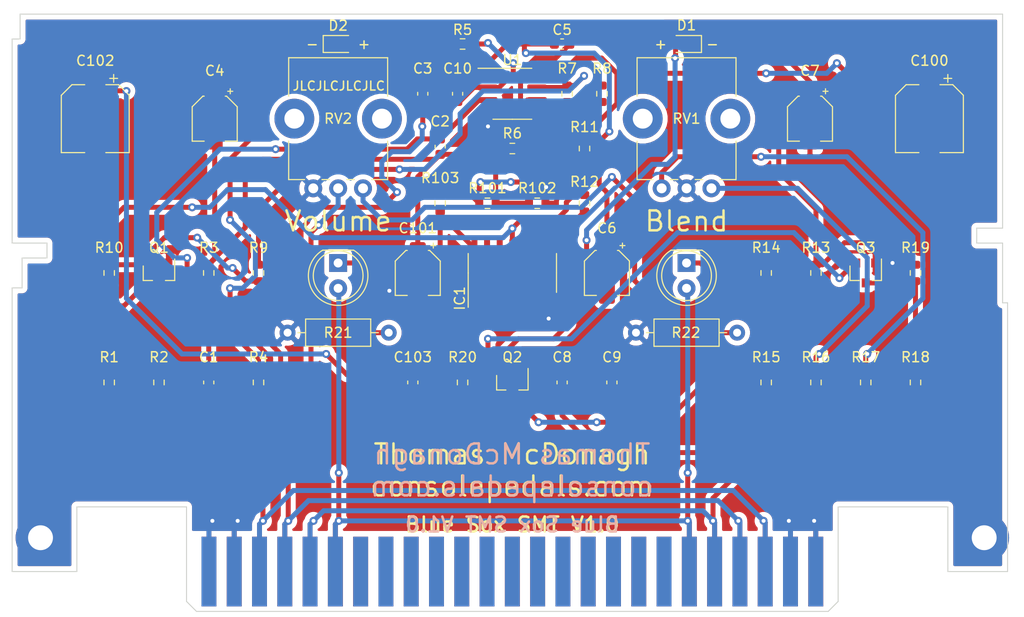
<source format=kicad_pcb>
(kicad_pcb (version 20171130) (host pcbnew "(5.1.7)-1")
  (layers (0 F.Cu signal) (31 B.Cu signal) (34 B.Paste user) (35 F.Paste user) (36 B.SilkS user) (37 F.SilkS user) (38 B.Mask user) (39 F.Mask user) (44 Edge.Cuts user))
  (net 0 "")
  (net 1 GND)
  (net 2 "Net-(C1-Pad1)")
  (net 3 "Net-(C1-Pad2)")
  (net 4 /LEDPower)
  (net 5 /Input)
  (net 6 /Output)
  (net 7 +9V)
  (net 8 /VREF)
  (net 9 "Net-(C4-Pad1)")
  (net 10 "Net-(C5-Pad2)")
  (net 11 "Net-(C6-Pad2)")
  (net 12 "Net-(C7-Pad1)")
  (net 13 "Net-(C8-Pad1)")
  (net 14 "Net-(C8-Pad2)")
  (net 15 VDD)
  (net 16 "Net-(D3-Pad1)")
  (net 17 /Q1)
  (net 18 "Net-(IC1-Pad2)")
  (net 19 "Net-(IC1-Pad12)")
  (net 20 "Net-(IC1-Pad13)")
  (net 21 /CLK2)
  (net 22 "Net-(Q1-Pad2)")
  (net 23 "Net-(Q2-Pad2)")
  (net 24 "Net-(Q2-Pad3)")
  (net 25 "Net-(Q3-Pad2)")
  (net 26 "Net-(Q3-Pad3)")
  (net 27 "Net-(R7-Pad2)")
  (net 28 "Net-(R7-Pad1)")
  (net 29 "Net-(R15-Pad1)")
  (net 30 "Net-(R17-Pad1)")
  (net 31 "Net-(C10-Pad1)")
  (net 32 "Net-(C10-Pad2)")
  (net 33 "Net-(D4-Pad1)")
  (module Resistor_THT:R_Axial_DIN0207_L6.3mm_D2.5mm_P10.16mm_Horizontal (layer F.Cu) (at 110.17 102)
    (fp_text reference R21 (at 5.08 0) (layer F.SilkS))
    (fp_text value RLED)
    (pad 1 thru_hole circle (at 0 0) (size 1.6 1.6) (drill 0.8) (layers *.Cu *.Mask) (net 1 GND))
    (pad 2 thru_hole oval (at 10.16 0) (size 1.6 1.6) (drill 0.8) (layers *.Cu *.Mask) (net 16 "Net-(D3-Pad1)"))
  )
  (module LED_THT:LED_D5.0mm (layer F.Cu) (at 115.25 95 270)
    (fp_text reference D3 hide)
    (fp_text value LED)
    (pad 1 thru_hole rect (at 0 0 270) (size 1.8 1.8) (drill 0.9) (layers *.Cu *.Mask) (net 16 "Net-(D3-Pad1)"))
    (pad 2 thru_hole circle (at 2.54 0 270) (size 1.8 1.8) (drill 0.9) (layers *.Cu *.Mask) (net 4 /LEDPower))
  )
  (module LED_THT:LED_D5.0mm (layer F.Cu) (at 150.25 95 270)
    (fp_text reference D4 hide)
    (fp_text value LED)
    (pad 2 thru_hole circle (at 2.54 0 270) (size 1.8 1.8) (drill 0.9) (layers *.Cu *.Mask) (net 4 /LEDPower))
    (pad 1 thru_hole rect (at 0 0 270) (size 1.8 1.8) (drill 0.9) (layers *.Cu *.Mask) (net 33 "Net-(D4-Pad1)"))
  )
  (module MountingHole:MountingHole_2.5mm_Pad (layer F.Cu) (at 85.35 122.6)
    (fp_text reference H1 hide)
    (fp_text value MountingHole_Pad)
    (pad 1 thru_hole circle (at 0 0) (size 5 5) (drill 2.5) (layers *.Cu *.Mask) (net 1 GND))
  )
  (module MountingHole:MountingHole_2.5mm_Pad (layer F.Cu) (at 180.15 122.6)
    (fp_text reference H2 hide)
    (fp_text value MountingHole_Pad)
    (pad 1 thru_hole circle (at 0 0) (size 5 5) (drill 2.5) (layers *.Cu *.Mask) (net 1 GND))
  )
  (module libraries:N64-Connector-Wide (layer F.Cu) (at 132.75 126)
    (fp_text reference J1 hide)
    (fp_text value Conn_02x25_Counter_Clockwise)
    (pad 50 connect rect (at 30.48 0) (size 1.5 7) (layers B.Cu B.Mask) (net 1 GND))
    (pad 49 connect rect (at 27.94 0) (size 1.5 7) (layers B.Cu B.Mask) (net 1 GND))
    (pad 48 connect rect (at 25.4 0) (size 1.5 7) (layers B.Cu B.Mask) (net 5 /Input))
    (pad 47 connect rect (at 22.86 0) (size 1.5 7) (layers B.Cu B.Mask) (net 6 /Output))
    (pad 46 connect rect (at 20.32 0) (size 1.5 7) (layers B.Cu B.Mask) (net 7 +9V))
    (pad 45 connect rect (at 17.78 0) (size 1.5 7) (layers B.Cu B.Mask) (net 4 /LEDPower))
    (pad 44 connect rect (at 15.24 0) (size 1.5 7) (layers B.Cu B.Mask))
    (pad 43 connect rect (at 12.7 0) (size 1.5 7) (layers B.Cu B.Mask))
    (pad 42 connect rect (at 10.16 0) (size 1.5 7) (layers B.Cu B.Mask))
    (pad 41 connect rect (at 7.62 0) (size 1.5 7) (layers B.Cu B.Mask))
    (pad 40 connect rect (at 5.08 0) (size 1.5 7) (layers B.Cu B.Mask))
    (pad 39 connect rect (at 2.54 0) (size 1.5 7) (layers B.Cu B.Mask))
    (pad 38 connect rect (at 0 0) (size 1.5 7) (layers B.Cu B.Mask))
    (pad 37 connect rect (at -2.54 0) (size 1.5 7) (layers B.Cu B.Mask))
    (pad 36 connect rect (at -5.08 0) (size 1.5 7) (layers B.Cu B.Mask))
    (pad 35 connect rect (at -7.62 0) (size 1.5 7) (layers B.Cu B.Mask))
    (pad 34 connect rect (at -10.16 0) (size 1.5 7) (layers B.Cu B.Mask))
    (pad 33 connect rect (at -12.7 0) (size 1.5 7) (layers B.Cu B.Mask))
    (pad 32 connect rect (at -15.24 0) (size 1.5 7) (layers B.Cu B.Mask))
    (pad 31 connect rect (at -17.78 0) (size 1.5 7) (layers B.Cu B.Mask) (net 4 /LEDPower))
    (pad 30 connect rect (at -20.32 0) (size 1.5 7) (layers B.Cu B.Mask) (net 7 +9V))
    (pad 29 connect rect (at -22.86 0) (size 1.5 7) (layers B.Cu B.Mask) (net 6 /Output))
    (pad 28 connect rect (at -25.4 0) (size 1.5 7) (layers B.Cu B.Mask) (net 5 /Input))
    (pad 27 connect rect (at -27.94 0) (size 1.5 7) (layers B.Cu B.Mask) (net 1 GND))
    (pad 26 connect rect (at -30.48 0) (size 1.5 7) (layers B.Cu B.Mask) (net 1 GND))
    (pad 25 connect rect (at 30.48 0) (size 1.5 7) (layers F.Cu F.Mask) (net 1 GND))
    (pad 24 connect rect (at 27.94 0) (size 1.5 7) (layers F.Cu F.Mask) (net 1 GND))
    (pad 23 connect rect (at 25.4 0) (size 1.5 7) (layers F.Cu F.Mask) (net 5 /Input))
    (pad 22 connect rect (at 22.86 0) (size 1.5 7) (layers F.Cu F.Mask) (net 6 /Output))
    (pad 21 connect rect (at 20.32 0) (size 1.5 7) (layers F.Cu F.Mask) (net 7 +9V))
    (pad 20 connect rect (at 17.78 0) (size 1.5 7) (layers F.Cu F.Mask) (net 4 /LEDPower))
    (pad 19 connect rect (at 15.24 0) (size 1.5 7) (layers F.Cu F.Mask))
    (pad 18 connect rect (at 12.7 0) (size 1.5 7) (layers F.Cu F.Mask))
    (pad 17 connect rect (at 10.16 0) (size 1.5 7) (layers F.Cu F.Mask))
    (pad 16 connect rect (at 7.62 0) (size 1.5 7) (layers F.Cu F.Mask))
    (pad 15 connect rect (at 5.08 0) (size 1.5 7) (layers F.Cu F.Mask))
    (pad 14 connect rect (at 2.54 0) (size 1.5 7) (layers F.Cu F.Mask))
    (pad 13 connect rect (at 0 0) (size 1.5 7) (layers F.Cu F.Mask))
    (pad 12 connect rect (at -2.54 0) (size 1.5 7) (layers F.Cu F.Mask))
    (pad 11 connect rect (at -5.08 0) (size 1.5 7) (layers F.Cu F.Mask))
    (pad 10 connect rect (at -7.62 0) (size 1.5 7) (layers F.Cu F.Mask))
    (pad 9 connect rect (at -10.16 0) (size 1.5 7) (layers F.Cu F.Mask))
    (pad 8 connect rect (at -12.7 0) (size 1.5 7) (layers F.Cu F.Mask))
    (pad 7 connect rect (at -15.24 0) (size 1.5 7) (layers F.Cu F.Mask))
    (pad 6 connect rect (at -17.78 0) (size 1.5 7) (layers F.Cu F.Mask) (net 4 /LEDPower))
    (pad 5 connect rect (at -20.32 0) (size 1.5 7) (layers F.Cu F.Mask) (net 7 +9V))
    (pad 4 connect rect (at -22.86 0) (size 1.5 7) (layers F.Cu F.Mask) (net 6 /Output))
    (pad 3 connect rect (at -25.4 0) (size 1.5 7) (layers F.Cu F.Mask) (net 5 /Input))
    (pad 2 connect rect (at -27.94 0) (size 1.5 7) (layers F.Cu F.Mask) (net 1 GND))
    (pad 1 connect rect (at -30.48 0) (size 1.5 7) (layers F.Cu F.Mask) (net 1 GND))
  )
  (module Potentiometer_THT:Potentiometer_Bourns_PTV09A-1_Single_Vertical (layer F.Cu) (at 152.75 87.5 90)
    (fp_text reference RV1 (at 7 -2.5 180) (layer F.SilkS))
    (fp_text value 50KA)
    (pad 3 thru_hole circle (at 0 -5 90) (size 1.8 1.8) (drill 1) (layers *.Cu *.Mask) (net 30 "Net-(R17-Pad1)"))
    (pad 2 thru_hole circle (at 0 -2.5 90) (size 1.8 1.8) (drill 1) (layers *.Cu *.Mask) (net 1 GND))
    (pad 1 thru_hole circle (at 0 0 90) (size 1.8 1.8) (drill 1) (layers *.Cu *.Mask) (net 29 "Net-(R15-Pad1)"))
    (pad "" np_thru_hole circle (at 7 -6.9 90) (size 4 4) (drill 2) (layers *.Cu *.Mask))
    (pad "" np_thru_hole circle (at 7 1.9 90) (size 4 4) (drill 2) (layers *.Cu *.Mask))
  )
  (module Potentiometer_THT:Potentiometer_Bourns_PTV09A-1_Single_Vertical (layer F.Cu) (at 117.75 87.5 90)
    (fp_text reference RV2 (at 7 -2.5 180) (layer F.SilkS))
    (fp_text value 50KA)
    (pad "" np_thru_hole circle (at 7 1.9 90) (size 4 4) (drill 2) (layers *.Cu *.Mask))
    (pad "" np_thru_hole circle (at 7 -6.9 90) (size 4 4) (drill 2) (layers *.Cu *.Mask))
    (pad 1 thru_hole circle (at 0 0 90) (size 1.8 1.8) (drill 1) (layers *.Cu *.Mask) (net 14 "Net-(C8-Pad2)"))
    (pad 2 thru_hole circle (at 0 -2.5 90) (size 1.8 1.8) (drill 1) (layers *.Cu *.Mask) (net 6 /Output))
    (pad 3 thru_hole circle (at 0 -5 90) (size 1.8 1.8) (drill 1) (layers *.Cu *.Mask) (net 1 GND))
  )
  (module Capacitor_SMD:C_0603_1608Metric (layer F.Cu) (at 102.25 107 270)
    (fp_text reference C1 (at -2.54 0) (layer F.SilkS))
    (fp_text value 10nF)
    (pad 1 smd roundrect (at -0.775 0 270) (size 0.9 0.95) (layers F.Cu F.Paste F.Mask) (net 2 "Net-(C1-Pad1)"))
    (pad 2 smd roundrect (at 0.775 0 270) (size 0.9 0.95) (layers F.Cu F.Paste F.Mask) (net 3 "Net-(C1-Pad2)"))
  )
  (module Capacitor_SMD:C_0603_1608Metric (layer F.Cu) (at 125.5 83.312 90)
    (fp_text reference C2 (at 2.54 0) (layer F.SilkS))
    (fp_text value 1nF)
    (pad 2 smd roundrect (at 0.775 0 90) (size 0.9 0.95) (layers F.Cu F.Paste F.Mask) (net 2 "Net-(C1-Pad1)"))
    (pad 1 smd roundrect (at -0.775 0 90) (size 0.9 0.95) (layers F.Cu F.Paste F.Mask) (net 8 /VREF))
  )
  (module Capacitor_SMD:C_0603_1608Metric (layer F.Cu) (at 123.75 78 90)
    (fp_text reference C3 (at 2.54 0) (layer F.SilkS))
    (fp_text value 150pF)
    (pad 1 smd roundrect (at -0.775 0 90) (size 0.9 0.95) (layers F.Cu F.Paste F.Mask) (net 31 "Net-(C10-Pad1)"))
    (pad 2 smd roundrect (at 0.775 0 90) (size 0.9 0.95) (layers F.Cu F.Paste F.Mask) (net 32 "Net-(C10-Pad2)"))
  )
  (module Capacitor_SMD:CP_Elec_4x5.4 (layer F.Cu) (at 102.85 80.5 270)
    (fp_text reference C4 (at -4.808 0 180) (layer F.SilkS))
    (fp_text value 10uF)
    (pad 1 smd roundrect (at -1.8 0 270) (size 2.6 1.6) (layers F.Cu F.Paste F.Mask) (roundrect_rratio 0.15625) (net 9 "Net-(C4-Pad1)"))
    (pad 2 smd roundrect (at 1.8 0 270) (size 2.6 1.6) (layers F.Cu F.Paste F.Mask) (roundrect_rratio 0.15625) (net 8 /VREF))
  )
  (module Capacitor_SMD:C_0603_1608Metric (layer F.Cu) (at 137.75 73)
    (fp_text reference C5 (at 0 -1.43 180) (layer F.SilkS))
    (fp_text value 47nF)
    (pad 2 smd roundrect (at 0.775 0) (size 0.9 0.95) (layers F.Cu F.Paste F.Mask) (net 10 "Net-(C5-Pad2)"))
    (pad 1 smd roundrect (at -0.775 0) (size 0.9 0.95) (layers F.Cu F.Paste F.Mask) (net 32 "Net-(C10-Pad2)"))
  )
  (module Capacitor_SMD:CP_Elec_4x5.4 (layer F.Cu) (at 142.25 96 270)
    (fp_text reference C6 (at -4.5 0 180) (layer F.SilkS))
    (fp_text value 1uF)
    (pad 2 smd roundrect (at 1.8 0 270) (size 2.6 1.6) (layers F.Cu F.Paste F.Mask) (roundrect_rratio 0.15625) (net 11 "Net-(C6-Pad2)"))
    (pad 1 smd roundrect (at -1.8 0 270) (size 2.6 1.6) (layers F.Cu F.Paste F.Mask) (roundrect_rratio 0.15625) (net 32 "Net-(C10-Pad2)"))
  )
  (module Capacitor_SMD:CP_Elec_4x5.4 (layer F.Cu) (at 162.65 80.5 270)
    (fp_text reference C7 (at -4.808 0 180) (layer F.SilkS))
    (fp_text value 1uF)
    (pad 1 smd roundrect (at -1.8 0 270) (size 2.6 1.6) (layers F.Cu F.Paste F.Mask) (roundrect_rratio 0.15625) (net 12 "Net-(C7-Pad1)"))
    (pad 2 smd roundrect (at 1.8 0 270) (size 2.6 1.6) (layers F.Cu F.Paste F.Mask) (roundrect_rratio 0.15625) (net 1 GND))
  )
  (module Capacitor_SMD:C_0603_1608Metric (layer F.Cu) (at 137.75 107 90)
    (fp_text reference C8 (at 2.54 0) (layer F.SilkS))
    (fp_text value 47nF)
    (pad 2 smd roundrect (at 0.775 0 90) (size 0.9 0.95) (layers F.Cu F.Paste F.Mask) (net 14 "Net-(C8-Pad2)"))
    (pad 1 smd roundrect (at -0.775 0 90) (size 0.9 0.95) (layers F.Cu F.Paste F.Mask) (net 13 "Net-(C8-Pad1)"))
  )
  (module Capacitor_SMD:C_0603_1608Metric (layer F.Cu) (at 142.75 107 270)
    (fp_text reference C9 (at -2.54 0) (layer F.SilkS))
    (fp_text value 10nF)
    (pad 1 smd roundrect (at -0.775 0 270) (size 0.9 0.95) (layers F.Cu F.Paste F.Mask) (net 14 "Net-(C8-Pad2)"))
    (pad 2 smd roundrect (at 0.775 0 270) (size 0.9 0.95) (layers F.Cu F.Paste F.Mask) (net 1 GND))
  )
  (module Capacitor_SMD:C_0603_1608Metric (layer F.Cu) (at 127.25 78 90)
    (fp_text reference C10 (at 2.54 0 180) (layer F.SilkS))
    (fp_text value 150pF)
    (pad 2 smd roundrect (at 0.775 0 90) (size 0.9 0.95) (layers F.Cu F.Paste F.Mask) (net 32 "Net-(C10-Pad2)"))
    (pad 1 smd roundrect (at -0.775 0 90) (size 0.9 0.95) (layers F.Cu F.Paste F.Mask) (net 31 "Net-(C10-Pad1)"))
  )
  (module Capacitor_SMD:CP_Elec_6.3x5.3 (layer F.Cu) (at 174.65 80.5 270)
    (fp_text reference C100 (at -5.824 0 180) (layer F.SilkS))
    (fp_text value 100uF)
    (pad 1 smd roundrect (at -2.8 0 270) (size 3.5 1.6) (layers F.Cu F.Paste F.Mask) (roundrect_rratio 0.15625) (net 7 +9V))
    (pad 2 smd roundrect (at 2.8 0 270) (size 3.5 1.6) (layers F.Cu F.Paste F.Mask) (roundrect_rratio 0.15625) (net 1 GND))
  )
  (module Capacitor_SMD:CP_Elec_4x5.4 (layer F.Cu) (at 123.25 96 270)
    (fp_text reference C101 (at -4.5 0 180) (layer F.SilkS))
    (fp_text value 10uF)
    (pad 2 smd roundrect (at 1.8 0 270) (size 2.6 1.6) (layers F.Cu F.Paste F.Mask) (roundrect_rratio 0.15625) (net 1 GND))
    (pad 1 smd roundrect (at -1.8 0 270) (size 2.6 1.6) (layers F.Cu F.Paste F.Mask) (roundrect_rratio 0.15625) (net 8 /VREF))
  )
  (module Capacitor_SMD:C_0603_1608Metric (layer F.Cu) (at 122.75 107 90)
    (fp_text reference C103 (at 2.54 0 180) (layer F.SilkS))
    (fp_text value 100nF)
    (pad 1 smd roundrect (at -0.775 0 90) (size 0.9 0.95) (layers F.Cu F.Paste F.Mask) (net 1 GND))
    (pad 2 smd roundrect (at 0.775 0 90) (size 0.9 0.95) (layers F.Cu F.Paste F.Mask) (net 15 VDD))
  )
  (module Diode_SMD:D_SOD-323F (layer F.Cu) (at 150.25 73 180)
    (fp_text reference D1 (at 0 1.88) (layer F.SilkS))
    (fp_text value 1N914)
    (pad 2 smd rect (at 1.1 0 180) (size 0.5 0.5) (layers F.Cu F.Paste F.Mask) (net 11 "Net-(C6-Pad2)"))
    (pad 1 smd rect (at -1.1 0 180) (size 0.5 0.5) (layers F.Cu F.Paste F.Mask) (net 12 "Net-(C7-Pad1)"))
  )
  (module Diode_SMD:D_SOD-323F (layer F.Cu) (at 115.25 73)
    (fp_text reference D2 (at 0 -1.85) (layer F.SilkS))
    (fp_text value 1N914)
    (pad 1 smd rect (at -1.1 0) (size 0.5 0.5) (layers F.Cu F.Paste F.Mask) (net 11 "Net-(C6-Pad2)"))
    (pad 2 smd rect (at 1.1 0) (size 0.5 0.5) (layers F.Cu F.Paste F.Mask) (net 1 GND))
  )
  (module Package_SO:SOIC-14_3.9x8.7mm_P1.27mm (layer F.Cu) (at 132.75 96 90)
    (fp_text reference IC1 (at -2.552 -5.28 90) (layer F.SilkS))
    (fp_text value CD4013BE)
    (pad 1 smd roundrect (at -2.475 -3.81 90) (size 1.95 0.6) (layers F.Cu F.Paste F.Mask) (net 17 /Q1))
    (pad 2 smd roundrect (at -2.475 -2.54 90) (size 1.95 0.6) (layers F.Cu F.Paste F.Mask) (net 18 "Net-(IC1-Pad2)"))
    (pad 3 smd roundrect (at -2.475 -1.27 90) (size 1.95 0.6) (layers F.Cu F.Paste F.Mask) (net 20 "Net-(IC1-Pad13)"))
    (pad 4 smd roundrect (at -2.475 0 90) (size 1.95 0.6) (layers F.Cu F.Paste F.Mask) (net 1 GND))
    (pad 5 smd roundrect (at -2.475 1.27 90) (size 1.95 0.6) (layers F.Cu F.Paste F.Mask) (net 18 "Net-(IC1-Pad2)"))
    (pad 6 smd roundrect (at -2.475 2.54 90) (size 1.95 0.6) (layers F.Cu F.Paste F.Mask) (net 1 GND))
    (pad 7 smd roundrect (at -2.475 3.81 90) (size 1.95 0.6) (layers F.Cu F.Paste F.Mask) (net 1 GND))
    (pad 8 smd roundrect (at 2.475 3.81 90) (size 1.95 0.6) (layers F.Cu F.Paste F.Mask) (net 1 GND))
    (pad 9 smd roundrect (at 2.475 2.54 90) (size 1.95 0.6) (layers F.Cu F.Paste F.Mask) (net 19 "Net-(IC1-Pad12)"))
    (pad 10 smd roundrect (at 2.475 1.27 90) (size 1.95 0.6) (layers F.Cu F.Paste F.Mask) (net 1 GND))
    (pad 11 smd roundrect (at 2.475 0 90) (size 1.95 0.6) (layers F.Cu F.Paste F.Mask) (net 21 /CLK2))
    (pad 12 smd roundrect (at 2.475 -1.27 90) (size 1.95 0.6) (layers F.Cu F.Paste F.Mask) (net 19 "Net-(IC1-Pad12)"))
    (pad 13 smd roundrect (at 2.475 -2.54 90) (size 1.95 0.6) (layers F.Cu F.Paste F.Mask) (net 20 "Net-(IC1-Pad13)"))
    (pad 14 smd roundrect (at 2.475 -3.81 90) (size 1.95 0.6) (layers F.Cu F.Paste F.Mask) (net 15 VDD))
  )
  (module Package_TO_SOT_SMD:SOT-23 (layer F.Cu) (at 97.25 96 270)
    (fp_text reference Q1 (at -2.54 0 180) (layer F.SilkS))
    (fp_text value 2N3904)
    (pad 3 smd rect (at 1 0 270) (size 0.9 0.8) (layers F.Cu F.Paste F.Mask) (net 21 /CLK2))
    (pad 2 smd rect (at -1 0.95 270) (size 0.9 0.8) (layers F.Cu F.Paste F.Mask) (net 22 "Net-(Q1-Pad2)"))
    (pad 1 smd rect (at -1 -0.95 270) (size 0.9 0.8) (layers F.Cu F.Paste F.Mask) (net 1 GND))
  )
  (module Package_TO_SOT_SMD:SOT-23 (layer F.Cu) (at 132.75 107 270)
    (fp_text reference Q2 (at -2.54 0 180) (layer F.SilkS))
    (fp_text value 2N3904)
    (pad 1 smd rect (at -1 -0.95 270) (size 0.9 0.8) (layers F.Cu F.Paste F.Mask) (net 1 GND))
    (pad 2 smd rect (at -1 0.95 270) (size 0.9 0.8) (layers F.Cu F.Paste F.Mask) (net 23 "Net-(Q2-Pad2)"))
    (pad 3 smd rect (at 1 0 270) (size 0.9 0.8) (layers F.Cu F.Paste F.Mask) (net 24 "Net-(Q2-Pad3)"))
  )
  (module Package_TO_SOT_SMD:SOT-23 (layer F.Cu) (at 168.25 96 270)
    (fp_text reference Q3 (at -2.54 0 180) (layer F.SilkS))
    (fp_text value 2N3904)
    (pad 1 smd rect (at -1 -0.95 270) (size 0.9 0.8) (layers F.Cu F.Paste F.Mask) (net 1 GND))
    (pad 2 smd rect (at -1 0.95 270) (size 0.9 0.8) (layers F.Cu F.Paste F.Mask) (net 25 "Net-(Q3-Pad2)"))
    (pad 3 smd rect (at 1 0 270) (size 0.9 0.8) (layers F.Cu F.Paste F.Mask) (net 26 "Net-(Q3-Pad3)"))
  )
  (module Resistor_SMD:R_0603_1608Metric (layer F.Cu) (at 92.25 107 90)
    (fp_text reference R1 (at 2.54 0 180) (layer F.SilkS))
    (fp_text value 2.2M)
    (pad 2 smd roundrect (at 0.825 0 90) (size 0.8 0.95) (layers F.Cu F.Paste F.Mask) (net 5 /Input))
    (pad 1 smd roundrect (at -0.825 0 90) (size 0.8 0.95) (layers F.Cu F.Paste F.Mask) (net 1 GND))
  )
  (module Resistor_SMD:R_0603_1608Metric (layer F.Cu) (at 97.25 107 270)
    (fp_text reference R2 (at -2.54 0 180) (layer F.SilkS))
    (fp_text value 150K)
    (pad 1 smd roundrect (at -0.825 0 270) (size 0.8 0.95) (layers F.Cu F.Paste F.Mask) (net 3 "Net-(C1-Pad2)"))
    (pad 2 smd roundrect (at 0.825 0 270) (size 0.8 0.95) (layers F.Cu F.Paste F.Mask) (net 5 /Input))
  )
  (module Resistor_SMD:R_0603_1608Metric (layer F.Cu) (at 102.25 96 90)
    (fp_text reference R3 (at 2.54 0 180) (layer F.SilkS))
    (fp_text value 1M)
    (pad 1 smd roundrect (at -0.825 0 90) (size 0.8 0.95) (layers F.Cu F.Paste F.Mask) (net 2 "Net-(C1-Pad1)"))
    (pad 2 smd roundrect (at 0.825 0 90) (size 0.8 0.95) (layers F.Cu F.Paste F.Mask) (net 8 /VREF))
  )
  (module Resistor_SMD:R_0603_1608Metric (layer F.Cu) (at 107.25 107 270)
    (fp_text reference R4 (at -2.54 0 180) (layer F.SilkS))
    (fp_text value 470K)
    (pad 1 smd roundrect (at -0.825 0 270) (size 0.8 0.95) (layers F.Cu F.Paste F.Mask) (net 32 "Net-(C10-Pad2)"))
    (pad 2 smd roundrect (at 0.825 0 270) (size 0.8 0.95) (layers F.Cu F.Paste F.Mask) (net 31 "Net-(C10-Pad1)"))
  )
  (module Resistor_SMD:R_0603_1608Metric (layer F.Cu) (at 127.75 73)
    (fp_text reference R5 (at 0 -1.43) (layer F.SilkS))
    (fp_text value 1K)
    (pad 1 smd roundrect (at -0.825 0) (size 0.8 0.95) (layers F.Cu F.Paste F.Mask) (net 9 "Net-(C4-Pad1)"))
    (pad 2 smd roundrect (at 0.825 0) (size 0.8 0.95) (layers F.Cu F.Paste F.Mask) (net 31 "Net-(C10-Pad1)"))
  )
  (module Resistor_SMD:R_0603_1608Metric (layer F.Cu) (at 132.75 83.5 180)
    (fp_text reference R6 (at 0 1.524) (layer F.SilkS))
    (fp_text value 56K)
    (pad 1 smd roundrect (at -0.825 0 180) (size 0.8 0.95) (layers F.Cu F.Paste F.Mask) (net 10 "Net-(C5-Pad2)"))
    (pad 2 smd roundrect (at 0.825 0 180) (size 0.8 0.95) (layers F.Cu F.Paste F.Mask) (net 8 /VREF))
  )
  (module Resistor_SMD:R_0603_1608Metric (layer F.Cu) (at 138.25 78 90)
    (fp_text reference R7 (at 2.54 0 180) (layer F.SilkS))
    (fp_text value 1M)
    (pad 2 smd roundrect (at 0.825 0 90) (size 0.8 0.95) (layers F.Cu F.Paste F.Mask) (net 27 "Net-(R7-Pad2)"))
    (pad 1 smd roundrect (at -0.825 0 90) (size 0.8 0.95) (layers F.Cu F.Paste F.Mask) (net 28 "Net-(R7-Pad1)"))
  )
  (module Resistor_SMD:R_0603_1608Metric (layer F.Cu) (at 141.75 78 270)
    (fp_text reference R8 (at -2.54 0 180) (layer F.SilkS))
    (fp_text value 10K)
    (pad 1 smd roundrect (at -0.825 0 270) (size 0.8 0.95) (layers F.Cu F.Paste F.Mask) (net 28 "Net-(R7-Pad1)"))
    (pad 2 smd roundrect (at 0.825 0 270) (size 0.8 0.95) (layers F.Cu F.Paste F.Mask) (net 8 /VREF))
  )
  (module Resistor_SMD:R_0603_1608Metric (layer F.Cu) (at 107.25 96 270)
    (fp_text reference R9 (at -2.54 0 180) (layer F.SilkS))
    (fp_text value 56K)
    (pad 2 smd roundrect (at 0.825 0 270) (size 0.8 0.95) (layers F.Cu F.Paste F.Mask) (net 22 "Net-(Q1-Pad2)"))
    (pad 1 smd roundrect (at -0.825 0 270) (size 0.8 0.95) (layers F.Cu F.Paste F.Mask) (net 27 "Net-(R7-Pad2)"))
  )
  (module Resistor_SMD:R_0603_1608Metric (layer F.Cu) (at 92.25 96 270)
    (fp_text reference R10 (at -2.54 0 180) (layer F.SilkS))
    (fp_text value 10K)
    (pad 1 smd roundrect (at -0.825 0 270) (size 0.8 0.95) (layers F.Cu F.Paste F.Mask) (net 22 "Net-(Q1-Pad2)"))
    (pad 2 smd roundrect (at 0.825 0 270) (size 0.8 0.95) (layers F.Cu F.Paste F.Mask) (net 1 GND))
  )
  (module Resistor_SMD:R_0603_1608Metric (layer F.Cu) (at 140 83.5 270)
    (fp_text reference R11 (at -2.159 0 180) (layer F.SilkS))
    (fp_text value 10K)
    (pad 2 smd roundrect (at 0.825 0 270) (size 0.8 0.95) (layers F.Cu F.Paste F.Mask) (net 21 /CLK2))
    (pad 1 smd roundrect (at -0.825 0 270) (size 0.8 0.95) (layers F.Cu F.Paste F.Mask) (net 7 +9V))
  )
  (module Resistor_SMD:R_0603_1608Metric (layer F.Cu) (at 140 89 270)
    (fp_text reference R12 (at -2.159 0 180) (layer F.SilkS))
    (fp_text value 1M)
    (pad 2 smd roundrect (at 0.825 0 270) (size 0.8 0.95) (layers F.Cu F.Paste F.Mask) (net 23 "Net-(Q2-Pad2)"))
    (pad 1 smd roundrect (at -0.825 0 270) (size 0.8 0.95) (layers F.Cu F.Paste F.Mask) (net 21 /CLK2))
  )
  (module Resistor_SMD:R_0603_1608Metric (layer F.Cu) (at 163.25 96 90)
    (fp_text reference R13 (at 2.54 0 180) (layer F.SilkS))
    (fp_text value 56K)
    (pad 1 smd roundrect (at -0.825 0 90) (size 0.8 0.95) (layers F.Cu F.Paste F.Mask) (net 24 "Net-(Q2-Pad3)"))
    (pad 2 smd roundrect (at 0.825 0 90) (size 0.8 0.95) (layers F.Cu F.Paste F.Mask) (net 12 "Net-(C7-Pad1)"))
  )
  (module Resistor_SMD:R_0603_1608Metric (layer F.Cu) (at 158.25 96 270)
    (fp_text reference R14 (at -2.54 0 180) (layer F.SilkS))
    (fp_text value 56K)
    (pad 1 smd roundrect (at -0.825 0 270) (size 0.8 0.95) (layers F.Cu F.Paste F.Mask) (net 1 GND))
    (pad 2 smd roundrect (at 0.825 0 270) (size 0.8 0.95) (layers F.Cu F.Paste F.Mask) (net 12 "Net-(C7-Pad1)"))
  )
  (module Resistor_SMD:R_0603_1608Metric (layer F.Cu) (at 158.25 107 90)
    (fp_text reference R15 (at 2.54 0 180) (layer F.SilkS))
    (fp_text value 56K)
    (pad 2 smd roundrect (at 0.825 0 90) (size 0.8 0.95) (layers F.Cu F.Paste F.Mask) (net 24 "Net-(Q2-Pad3)"))
    (pad 1 smd roundrect (at -0.825 0 90) (size 0.8 0.95) (layers F.Cu F.Paste F.Mask) (net 29 "Net-(R15-Pad1)"))
  )
  (module Resistor_SMD:R_0603_1608Metric (layer F.Cu) (at 163.25 107 270)
    (fp_text reference R16 (at -2.54 0 180) (layer F.SilkS))
    (fp_text value 56K)
    (pad 1 smd roundrect (at -0.825 0 270) (size 0.8 0.95) (layers F.Cu F.Paste F.Mask) (net 29 "Net-(R15-Pad1)"))
    (pad 2 smd roundrect (at 0.825 0 270) (size 0.8 0.95) (layers F.Cu F.Paste F.Mask) (net 13 "Net-(C8-Pad1)"))
  )
  (module Resistor_SMD:R_0603_1608Metric (layer F.Cu) (at 168.25 107 270)
    (fp_text reference R17 (at -2.54 0 180) (layer F.SilkS))
    (fp_text value 56K)
    (pad 2 smd roundrect (at 0.825 0 270) (size 0.8 0.95) (layers F.Cu F.Paste F.Mask) (net 13 "Net-(C8-Pad1)"))
    (pad 1 smd roundrect (at -0.825 0 270) (size 0.8 0.95) (layers F.Cu F.Paste F.Mask) (net 30 "Net-(R17-Pad1)"))
  )
  (module Resistor_SMD:R_0603_1608Metric (layer F.Cu) (at 173.25 107 270)
    (fp_text reference R18 (at -2.54 0 180) (layer F.SilkS))
    (fp_text value 56K)
    (pad 1 smd roundrect (at -0.825 0 270) (size 0.8 0.95) (layers F.Cu F.Paste F.Mask) (net 26 "Net-(Q3-Pad3)"))
    (pad 2 smd roundrect (at 0.825 0 270) (size 0.8 0.95) (layers F.Cu F.Paste F.Mask) (net 30 "Net-(R17-Pad1)"))
  )
  (module Resistor_SMD:R_0603_1608Metric (layer F.Cu) (at 173.25 96 90)
    (fp_text reference R19 (at 2.54 0 180) (layer F.SilkS))
    (fp_text value 56K)
    (pad 2 smd roundrect (at 0.825 0 90) (size 0.8 0.95) (layers F.Cu F.Paste F.Mask) (net 12 "Net-(C7-Pad1)"))
    (pad 1 smd roundrect (at -0.825 0 90) (size 0.8 0.95) (layers F.Cu F.Paste F.Mask) (net 26 "Net-(Q3-Pad3)"))
  )
  (module Resistor_SMD:R_0603_1608Metric (layer F.Cu) (at 127.75 107 270)
    (fp_text reference R20 (at -2.54 0 180) (layer F.SilkS))
    (fp_text value 1M)
    (pad 2 smd roundrect (at 0.825 0 270) (size 0.8 0.95) (layers F.Cu F.Paste F.Mask) (net 25 "Net-(Q3-Pad2)"))
    (pad 1 smd roundrect (at -0.825 0 270) (size 0.8 0.95) (layers F.Cu F.Paste F.Mask) (net 17 /Q1))
  )
  (module Resistor_THT:R_Axial_DIN0207_L6.3mm_D2.5mm_P10.16mm_Horizontal (layer F.Cu) (at 145.17 102)
    (fp_text reference R22 (at 5.020999 -0.001001) (layer F.SilkS))
    (fp_text value RLED)
    (pad 1 thru_hole circle (at 0 0) (size 1.6 1.6) (drill 0.8) (layers *.Cu *.Mask) (net 1 GND))
    (pad 2 thru_hole oval (at 10.16 0) (size 1.6 1.6) (drill 0.8) (layers *.Cu *.Mask) (net 33 "Net-(D4-Pad1)"))
  )
  (module Resistor_SMD:R_0603_1608Metric (layer F.Cu) (at 130.25 89 180)
    (fp_text reference R101 (at 0 1.524) (layer F.SilkS))
    (fp_text value 56K)
    (pad 2 smd roundrect (at 0.825 0 180) (size 0.8 0.95) (layers F.Cu F.Paste F.Mask) (net 7 +9V))
    (pad 1 smd roundrect (at -0.825 0 180) (size 0.8 0.95) (layers F.Cu F.Paste F.Mask) (net 8 /VREF))
  )
  (module Resistor_SMD:R_0603_1608Metric (layer F.Cu) (at 135.25 89 180)
    (fp_text reference R102 (at 0 1.524) (layer F.SilkS))
    (fp_text value 56K)
    (pad 1 smd roundrect (at -0.825 0 180) (size 0.8 0.95) (layers F.Cu F.Paste F.Mask) (net 1 GND))
    (pad 2 smd roundrect (at 0.825 0 180) (size 0.8 0.95) (layers F.Cu F.Paste F.Mask) (net 8 /VREF))
  )
  (module Resistor_SMD:R_0603_1608Metric (layer F.Cu) (at 125.5 89 90)
    (fp_text reference R103 (at 2.54 0 180) (layer F.SilkS))
    (fp_text value 330R)
    (pad 2 smd roundrect (at 0.825 0 90) (size 0.8 0.95) (layers F.Cu F.Paste F.Mask) (net 7 +9V))
    (pad 1 smd roundrect (at -0.825 0 90) (size 0.8 0.95) (layers F.Cu F.Paste F.Mask) (net 15 VDD))
  )
  (module Package_SO:SOIC-8_3.9x4.9mm_P1.27mm (layer F.Cu) (at 132.75 78)
    (fp_text reference U1 (at 0 -3.4) (layer F.SilkS))
    (fp_text value RC4558)
    (pad 1 smd roundrect (at -2.475 -1.905) (size 1.95 0.6) (layers F.Cu F.Paste F.Mask) (net 32 "Net-(C10-Pad2)"))
    (pad 2 smd roundrect (at -2.475 -0.635) (size 1.95 0.6) (layers F.Cu F.Paste F.Mask) (net 31 "Net-(C10-Pad1)"))
    (pad 3 smd roundrect (at -2.475 0.635) (size 1.95 0.6) (layers F.Cu F.Paste F.Mask) (net 2 "Net-(C1-Pad1)"))
    (pad 4 smd roundrect (at -2.475 1.905) (size 1.95 0.6) (layers F.Cu F.Paste F.Mask) (net 1 GND))
    (pad 5 smd roundrect (at 2.475 1.905) (size 1.95 0.6) (layers F.Cu F.Paste F.Mask) (net 28 "Net-(R7-Pad1)"))
    (pad 6 smd roundrect (at 2.475 0.635) (size 1.95 0.6) (layers F.Cu F.Paste F.Mask) (net 10 "Net-(C5-Pad2)"))
    (pad 7 smd roundrect (at 2.475 -0.635) (size 1.95 0.6) (layers F.Cu F.Paste F.Mask) (net 27 "Net-(R7-Pad2)"))
    (pad 8 smd roundrect (at 2.475 -1.905) (size 1.95 0.6) (layers F.Cu F.Paste F.Mask) (net 7 +9V))
  )
  (module Capacitor_SMD:CP_Elec_6.3x5.3 (layer F.Cu) (at 90.85 80.5 270)
    (fp_text reference C102 (at -5.824 0 180) (layer F.SilkS))
    (fp_text value 100uF)
    (pad 1 smd roundrect (at -2.8 0 270) (size 3.5 1.6) (layers F.Cu F.Paste F.Mask) (roundrect_rratio 0.15625) (net 15 VDD))
    (pad 2 smd roundrect (at 2.8 0 270) (size 3.5 1.6) (layers F.Cu F.Paste F.Mask) (roundrect_rratio 0.15625) (net 1 GND))
  )
  (gr_text - (at 152.85 73) (layer F.SilkS) (effects (font (size 1 1))))
  (gr_text + (at 147.65 73) (layer F.SilkS) (effects (font (size 1 1))))
  (gr_text - (at 112.65 73) (layer F.SilkS) (effects (font (size 1 1))))
  (gr_text + (at 117.85 73) (layer F.SilkS) (effects (font (size 1 1))))
  (gr_text Blend (at 150.25 90.805) (layer F.SilkS) (effects (font (size 2 2) (thickness 0.25))))
  (gr_text Volume (at 115.25 90.805) (layer F.SilkS) (effects (font (size 2 2) (thickness 0.25))))
  (gr_text JLCJLCJLCJLC (at 115.316 77.216) (layer F.SilkS) (effects (font (size 0.9 0.9))))
  (gr_line (start 182 70) (end 83.3 70) (layer Edge.Cuts) (width 0.1))
  (gr_line (start 182 70) (end 182 91.5) (layer Edge.Cuts) (width 0.1))
  (gr_line (start 182 91.5) (end 179.4 91.5) (layer Edge.Cuts) (width 0.1))
  (gr_line (start 179.4 93) (end 179.4 91.5) (layer Edge.Cuts) (width 0.1))
  (gr_line (start 182 93) (end 179.4 93) (layer Edge.Cuts) (width 0.1))
  (gr_line (start 83.3 72.5) (end 83.3 70) (layer Edge.Cuts) (width 0.1))
  (gr_line (start 82.5 72.5) (end 83.3 72.5) (layer Edge.Cuts) (width 0.1))
  (gr_line (start 82.5 93) (end 82.5 72.5) (layer Edge.Cuts) (width 0.1))
  (gr_line (start 86 93) (end 82.5 93) (layer Edge.Cuts) (width 0.1))
  (gr_text "Blue Sox SMT V1.0" (at 132.75 121.285) (layer B.SilkS) (effects (font (size 1.5 1.5) (thickness 0.25)) (justify mirror)))
  (gr_text "Blue Sox SMT V1.0" (at 132.75 121.285) (layer F.SilkS) (effects (font (size 1.5 1.5) (thickness 0.25))))
  (gr_text "Thomas McDonagh\nconsolepedals.com" (at 132.715 115.824) (layer B.SilkS) (effects (font (size 2 2) (thickness 0.25)) (justify mirror)))
  (gr_text "Thomas McDonagh\nconsolepedals.com" (at 132.715 115.824) (layer F.SilkS) (effects (font (size 2 2) (thickness 0.25))))
  (gr_line (start 182 93) (end 182 99) (layer Edge.Cuts) (width 0.1))
  (gr_line (start 182.5 99) (end 182 99) (layer Edge.Cuts) (width 0.1))
  (gr_line (start 182.5 126) (end 182.5 99) (layer Edge.Cuts) (width 0.1))
  (gr_line (start 182.5 126) (end 176.5 126) (layer Edge.Cuts) (width 0.1))
  (gr_line (start 176.5 119.5) (end 176.5 126) (layer Edge.Cuts) (width 0.1))
  (gr_line (start 176.5 119.5) (end 165.48 119.5) (layer Edge.Cuts) (width 0.1))
  (gr_line (start 165.48 129) (end 165.48 119.5) (layer Edge.Cuts) (width 0.1))
  (gr_line (start 165.48 129) (end 164.48 130) (layer Edge.Cuts) (width 0.1))
  (gr_line (start 86 94.5) (end 86 93) (layer Edge.Cuts) (width 0.1))
  (gr_line (start 83.5 94.5) (end 86 94.5) (layer Edge.Cuts) (width 0.1))
  (gr_line (start 83.5 97.5) (end 83.5 94.5) (layer Edge.Cuts) (width 0.1))
  (gr_line (start 82.5 97.5) (end 83.5 97.5) (layer Edge.Cuts) (width 0.1))
  (gr_line (start 82.5 126) (end 82.5 97.5) (layer Edge.Cuts) (width 0.1))
  (gr_line (start 89 126) (end 82.5 126) (layer Edge.Cuts) (width 0.1))
  (gr_line (start 89 119.5) (end 89 126) (layer Edge.Cuts) (width 0.1))
  (gr_line (start 100.02 119.5) (end 89 119.5) (layer Edge.Cuts) (width 0.1))
  (gr_line (start 100.02 129) (end 100.02 119.5) (layer Edge.Cuts) (width 0.1))
  (gr_line (start 100.02 129) (end 101.02 130) (layer Edge.Cuts) (width 0.1))
  (gr_line (start 164.48 130) (end 101.02 130) (layer Edge.Cuts) (width 0.1))
  (segment (start 102.27 121.25) (end 102.616 120.904) (width 0.5) (layer B.Cu) (net 1))
  (via (at 102.616 120.904) (size 0.8) (drill 0.4) (layers F.Cu B.Cu) (net 1))
  (segment (start 102.27 126) (end 102.27 121.25) (width 0.5) (layer B.Cu) (net 1))
  (via (at 105.156 120.904) (size 0.8) (drill 0.4) (layers F.Cu B.Cu) (net 1))
  (segment (start 104.81 121.25) (end 105.156 120.904) (width 0.5) (layer B.Cu) (net 1))
  (segment (start 104.81 126) (end 104.81 121.25) (width 0.5) (layer B.Cu) (net 1))
  (via (at 160.528 120.904) (size 0.8) (drill 0.4) (layers F.Cu B.Cu) (net 1))
  (segment (start 160.69 121.066) (end 160.528 120.904) (width 0.5) (layer B.Cu) (net 1))
  (segment (start 160.69 126) (end 160.69 121.066) (width 0.5) (layer B.Cu) (net 1))
  (via (at 163.068 120.904) (size 0.8) (drill 0.4) (layers F.Cu B.Cu) (net 1))
  (segment (start 163.23 121.066) (end 163.068 120.904) (width 0.5) (layer B.Cu) (net 1))
  (segment (start 163.23 126) (end 163.23 121.066) (width 0.5) (layer B.Cu) (net 1))
  (segment (start 160.69 121.066) (end 160.528 120.904) (width 0.5) (layer F.Cu) (net 1))
  (segment (start 160.69 126) (end 160.69 121.066) (width 0.5) (layer F.Cu) (net 1))
  (segment (start 163.23 121.066) (end 163.068 120.904) (width 0.5) (layer F.Cu) (net 1))
  (segment (start 163.23 126) (end 163.23 121.066) (width 0.5) (layer F.Cu) (net 1))
  (via (at 170.942 94.996) (size 0.8) (drill 0.4) (layers F.Cu B.Cu) (net 1))
  (segment (start 170.938 95) (end 170.942 94.996) (width 0.5) (layer F.Cu) (net 1))
  (segment (start 169.2 95) (end 170.938 95) (width 0.5) (layer F.Cu) (net 1))
  (via (at 130.302 81.28) (size 0.8) (drill 0.4) (layers F.Cu B.Cu) (net 1))
  (segment (start 130.275 81.253) (end 130.302 81.28) (width 0.5) (layer F.Cu) (net 1))
  (segment (start 130.275 79.905) (end 130.275 81.253) (width 0.5) (layer F.Cu) (net 1))
  (via (at 136.144 87.376) (size 0.8) (drill 0.4) (layers F.Cu B.Cu) (net 1))
  (segment (start 136.075 87.445) (end 136.144 87.376) (width 0.5) (layer F.Cu) (net 1))
  (segment (start 136.075 89) (end 136.075 87.445) (width 0.5) (layer F.Cu) (net 1))
  (via (at 136.398 100.584) (size 0.8) (drill 0.4) (layers F.Cu B.Cu) (net 1))
  (segment (start 136.56 100.422) (end 136.398 100.584) (width 0.5) (layer F.Cu) (net 1))
  (segment (start 136.56 98.475) (end 136.56 100.422) (width 0.5) (layer F.Cu) (net 1))
  (segment (start 102.27 121.25) (end 102.616 120.904) (width 0.5) (layer F.Cu) (net 1))
  (segment (start 102.27 126) (end 102.27 121.25) (width 0.5) (layer F.Cu) (net 1))
  (segment (start 104.81 121.25) (end 105.156 120.904) (width 0.5) (layer F.Cu) (net 1))
  (segment (start 104.81 126) (end 104.81 121.25) (width 0.5) (layer F.Cu) (net 1))
  (via (at 120.396 97.79) (size 0.8) (drill 0.4) (layers F.Cu B.Cu) (net 1))
  (segment (start 120.406 97.8) (end 120.396 97.79) (width 0.5) (layer F.Cu) (net 1))
  (segment (start 123.25 97.8) (end 120.406 97.8) (width 0.5) (layer F.Cu) (net 1))
  (segment (start 102.25 106.225) (end 102.25 96.825) (width 0.5) (layer F.Cu) (net 2))
  (segment (start 129.402 78.635) (end 125.5 82.537) (width 0.5) (layer F.Cu) (net 2))
  (segment (start 130.275 78.635) (end 129.402 78.635) (width 0.5) (layer F.Cu) (net 2))
  (segment (start 102.25 96.825) (end 100.889 96.825) (width 0.5) (layer F.Cu) (net 2))
  (via (at 100.076 94.488) (size 0.8) (drill 0.4) (layers F.Cu B.Cu) (net 2))
  (segment (start 100.076 96.012) (end 100.076 94.488) (width 0.5) (layer F.Cu) (net 2))
  (segment (start 100.889 96.825) (end 100.076 96.012) (width 0.5) (layer F.Cu) (net 2))
  (segment (start 125.5 82.537) (end 123.203 82.537) (width 0.5) (layer F.Cu) (net 2))
  (via (at 108.966 83.566) (size 0.8) (drill 0.4) (layers F.Cu B.Cu) (net 2))
  (segment (start 122.174 83.566) (end 108.966 83.566) (width 0.5) (layer F.Cu) (net 2))
  (segment (start 123.203 82.537) (end 122.174 83.566) (width 0.5) (layer F.Cu) (net 2))
  (segment (start 108.966 83.566) (end 103.378 83.566) (width 0.5) (layer B.Cu) (net 2))
  (segment (start 103.378 83.566) (end 97.028 89.916) (width 0.5) (layer B.Cu) (net 2))
  (segment (start 97.028 89.916) (end 97.028 92.71) (width 0.5) (layer B.Cu) (net 2))
  (segment (start 98.806 94.488) (end 100.076 94.488) (width 0.5) (layer B.Cu) (net 2))
  (segment (start 97.028 92.71) (end 98.806 94.488) (width 0.5) (layer B.Cu) (net 2))
  (segment (start 97.25 106.175) (end 98.555 106.175) (width 0.5) (layer F.Cu) (net 3))
  (segment (start 100.155 107.775) (end 102.25 107.775) (width 0.5) (layer F.Cu) (net 3))
  (segment (start 98.555 106.175) (end 100.155 107.775) (width 0.5) (layer F.Cu) (net 3))
  (segment (start 114.97 121.25) (end 115.316 120.904) (width 0.5) (layer B.Cu) (net 4))
  (segment (start 114.97 126) (end 114.97 121.25) (width 0.5) (layer B.Cu) (net 4))
  (segment (start 150.53 121.066) (end 150.368 120.904) (width 0.5) (layer B.Cu) (net 4))
  (segment (start 150.53 126) (end 150.53 121.066) (width 0.5) (layer B.Cu) (net 4))
  (segment (start 115.316 120.904) (end 150.368 120.904) (width 0.5) (layer B.Cu) (net 4))
  (segment (start 150.25 120.786) (end 150.368 120.904) (width 0.5) (layer F.Cu) (net 4))
  (via (at 150.368 120.904) (size 0.8) (drill 0.4) (layers F.Cu B.Cu) (net 4))
  (via (at 115.316 120.904) (size 0.8) (drill 0.4) (layers F.Cu B.Cu) (net 4))
  (segment (start 115.25 120.838) (end 115.316 120.904) (width 0.5) (layer F.Cu) (net 4))
  (via (at 150.368 116.078) (size 0.8) (drill 0.4) (layers F.Cu B.Cu) (net 4))
  (segment (start 150.368 120.904) (end 150.368 116.078) (width 0.5) (layer F.Cu) (net 4))
  (segment (start 150.368 97.658) (end 150.25 97.54) (width 0.5) (layer B.Cu) (net 4))
  (segment (start 150.368 116.078) (end 150.368 97.658) (width 0.5) (layer B.Cu) (net 4))
  (via (at 115.316 116.078) (size 0.8) (drill 0.4) (layers F.Cu B.Cu) (net 4))
  (segment (start 115.316 120.904) (end 115.316 116.078) (width 0.5) (layer F.Cu) (net 4))
  (segment (start 115.316 97.606) (end 115.25 97.54) (width 0.5) (layer B.Cu) (net 4))
  (segment (start 115.316 116.078) (end 115.316 97.606) (width 0.5) (layer B.Cu) (net 4))
  (segment (start 114.97 121.25) (end 115.316 120.904) (width 0.5) (layer F.Cu) (net 4))
  (segment (start 114.97 126) (end 114.97 121.25) (width 0.5) (layer F.Cu) (net 4))
  (segment (start 150.53 121.066) (end 150.368 120.904) (width 0.5) (layer F.Cu) (net 4))
  (segment (start 150.53 126) (end 150.53 121.066) (width 0.5) (layer F.Cu) (net 4))
  (via (at 107.696 120.904) (size 0.8) (drill 0.4) (layers F.Cu B.Cu) (net 5))
  (segment (start 107.35 121.25) (end 107.696 120.904) (width 0.5) (layer B.Cu) (net 5))
  (segment (start 107.35 126) (end 107.35 121.25) (width 0.5) (layer B.Cu) (net 5))
  (via (at 157.988 120.904) (size 0.8) (drill 0.4) (layers F.Cu B.Cu) (net 5))
  (segment (start 158.15 121.066) (end 157.988 120.904) (width 0.5) (layer B.Cu) (net 5))
  (segment (start 158.15 126) (end 158.15 121.066) (width 0.5) (layer B.Cu) (net 5))
  (segment (start 154.94 117.856) (end 157.988 120.904) (width 0.5) (layer B.Cu) (net 5))
  (segment (start 110.744 117.856) (end 154.94 117.856) (width 0.5) (layer B.Cu) (net 5))
  (segment (start 107.696 120.904) (end 110.744 117.856) (width 0.5) (layer B.Cu) (net 5))
  (segment (start 92.25 106.175) (end 93.475 106.175) (width 0.5) (layer F.Cu) (net 5))
  (segment (start 95.125 107.825) (end 97.25 107.825) (width 0.5) (layer F.Cu) (net 5))
  (segment (start 93.475 106.175) (end 95.125 107.825) (width 0.5) (layer F.Cu) (net 5))
  (segment (start 107.696 118.271) (end 97.25 107.825) (width 0.5) (layer F.Cu) (net 5))
  (segment (start 107.696 120.904) (end 107.696 118.271) (width 0.5) (layer F.Cu) (net 5))
  (segment (start 107.35 121.25) (end 107.696 120.904) (width 0.5) (layer F.Cu) (net 5))
  (segment (start 107.35 126) (end 107.35 121.25) (width 0.5) (layer F.Cu) (net 5))
  (segment (start 158.15 121.066) (end 157.988 120.904) (width 0.5) (layer F.Cu) (net 5))
  (segment (start 158.15 126) (end 158.15 121.066) (width 0.5) (layer F.Cu) (net 5))
  (via (at 110.236 120.904) (size 0.8) (drill 0.4) (layers F.Cu B.Cu) (net 6))
  (segment (start 109.89 121.25) (end 110.236 120.904) (width 0.5) (layer B.Cu) (net 6))
  (segment (start 109.89 126) (end 109.89 121.25) (width 0.5) (layer B.Cu) (net 6))
  (segment (start 155.61 121.066) (end 155.448 120.904) (width 0.5) (layer B.Cu) (net 6))
  (via (at 155.448 120.904) (size 0.8) (drill 0.4) (layers F.Cu B.Cu) (net 6))
  (segment (start 155.61 126) (end 155.61 121.066) (width 0.5) (layer B.Cu) (net 6))
  (segment (start 153.416 118.872) (end 155.448 120.904) (width 0.5) (layer B.Cu) (net 6))
  (segment (start 112.268 118.872) (end 153.416 118.872) (width 0.5) (layer B.Cu) (net 6))
  (segment (start 110.236 120.904) (end 112.268 118.872) (width 0.5) (layer B.Cu) (net 6))
  (segment (start 109.89 121.25) (end 110.236 120.904) (width 0.5) (layer F.Cu) (net 6))
  (segment (start 109.89 126) (end 109.89 121.25) (width 0.5) (layer F.Cu) (net 6))
  (segment (start 155.61 121.066) (end 155.448 120.904) (width 0.5) (layer F.Cu) (net 6))
  (segment (start 155.61 126) (end 155.61 121.066) (width 0.5) (layer F.Cu) (net 6))
  (segment (start 110.236 120.904) (end 110.236 112.014) (width 0.5) (layer F.Cu) (net 6))
  (segment (start 110.236 112.014) (end 112.522 109.728) (width 0.5) (layer F.Cu) (net 6))
  (via (at 113.284 91.186) (size 0.8) (drill 0.4) (layers F.Cu B.Cu) (net 6))
  (segment (start 112.522 91.948) (end 113.284 91.186) (width 0.5) (layer F.Cu) (net 6))
  (segment (start 112.522 109.728) (end 112.522 91.948) (width 0.5) (layer F.Cu) (net 6))
  (segment (start 115.25 89.22) (end 113.284 91.186) (width 0.5) (layer B.Cu) (net 6))
  (segment (start 115.25 87.5) (end 115.25 89.22) (width 0.5) (layer B.Cu) (net 6))
  (via (at 152.908 120.904) (size 0.8) (drill 0.4) (layers F.Cu B.Cu) (net 7))
  (segment (start 153.07 121.066) (end 152.908 120.904) (width 0.5) (layer B.Cu) (net 7))
  (segment (start 153.07 126) (end 153.07 121.066) (width 0.5) (layer B.Cu) (net 7))
  (via (at 112.776 120.904) (size 0.8) (drill 0.4) (layers F.Cu B.Cu) (net 7))
  (segment (start 112.43 121.25) (end 112.776 120.904) (width 0.5) (layer B.Cu) (net 7))
  (segment (start 112.43 126) (end 112.43 121.25) (width 0.5) (layer B.Cu) (net 7))
  (segment (start 151.892 119.888) (end 152.908 120.904) (width 0.5) (layer B.Cu) (net 7))
  (segment (start 113.792 119.888) (end 151.892 119.888) (width 0.5) (layer B.Cu) (net 7))
  (segment (start 112.776 120.904) (end 113.792 119.888) (width 0.5) (layer B.Cu) (net 7))
  (segment (start 128.6 88.175) (end 129.425 89) (width 0.5) (layer F.Cu) (net 7))
  (segment (start 125.5 88.175) (end 128.6 88.175) (width 0.5) (layer F.Cu) (net 7))
  (segment (start 152.908 120.904) (end 152.908 118.618) (width 0.5) (layer F.Cu) (net 7))
  (segment (start 152.908 118.618) (end 155.194 116.332) (width 0.5) (layer F.Cu) (net 7))
  (segment (start 155.194 116.332) (end 170.18 116.332) (width 0.5) (layer F.Cu) (net 7))
  (segment (start 170.18 116.332) (end 177.292 109.22) (width 0.5) (layer F.Cu) (net 7))
  (segment (start 177.292 80.342) (end 174.65 77.7) (width 0.5) (layer F.Cu) (net 7))
  (segment (start 177.292 109.22) (end 177.292 80.342) (width 0.5) (layer F.Cu) (net 7))
  (segment (start 140 82.675) (end 140 82.25) (width 0.5) (layer F.Cu) (net 7))
  (segment (start 140 82.25) (end 143.256 78.994) (width 0.5) (layer F.Cu) (net 7))
  (segment (start 143.256 78.994) (end 143.256 75.946) (width 0.5) (layer F.Cu) (net 7))
  (segment (start 143.256 75.946) (end 141.732 74.422) (width 0.5) (layer F.Cu) (net 7))
  (segment (start 141.732 74.422) (end 139.192 74.422) (width 0.5) (layer F.Cu) (net 7))
  (segment (start 137.519 76.095) (end 135.225 76.095) (width 0.5) (layer F.Cu) (net 7))
  (segment (start 139.192 74.422) (end 137.519 76.095) (width 0.5) (layer F.Cu) (net 7))
  (via (at 165.354 74.93) (size 0.8) (drill 0.4) (layers F.Cu B.Cu) (net 7))
  (segment (start 168.124 77.7) (end 165.354 74.93) (width 0.5) (layer F.Cu) (net 7))
  (segment (start 174.65 77.7) (end 168.124 77.7) (width 0.5) (layer F.Cu) (net 7))
  (via (at 158.242 75.946) (size 0.8) (drill 0.4) (layers F.Cu B.Cu) (net 7))
  (segment (start 143.256 75.946) (end 158.242 75.946) (width 0.5) (layer F.Cu) (net 7))
  (segment (start 164.338 75.946) (end 165.354 74.93) (width 0.5) (layer B.Cu) (net 7))
  (segment (start 158.242 75.946) (end 164.338 75.946) (width 0.5) (layer B.Cu) (net 7))
  (segment (start 140 82.675) (end 138.813 82.675) (width 0.5) (layer F.Cu) (net 7))
  (via (at 132.588 86.868) (size 0.8) (drill 0.4) (layers F.Cu B.Cu) (net 7))
  (segment (start 134.62 86.868) (end 132.588 86.868) (width 0.5) (layer F.Cu) (net 7))
  (segment (start 138.813 82.675) (end 134.62 86.868) (width 0.5) (layer F.Cu) (net 7))
  (via (at 129.54 86.868) (size 0.8) (drill 0.4) (layers F.Cu B.Cu) (net 7))
  (segment (start 129.425 86.983) (end 129.54 86.868) (width 0.5) (layer F.Cu) (net 7))
  (segment (start 129.425 89) (end 129.425 86.983) (width 0.5) (layer F.Cu) (net 7))
  (segment (start 129.54 86.868) (end 132.588 86.868) (width 0.5) (layer B.Cu) (net 7))
  (segment (start 112.43 121.25) (end 112.776 120.904) (width 0.5) (layer F.Cu) (net 7))
  (segment (start 112.43 126) (end 112.43 121.25) (width 0.5) (layer F.Cu) (net 7))
  (segment (start 153.07 121.066) (end 152.908 120.904) (width 0.5) (layer F.Cu) (net 7))
  (segment (start 153.07 126) (end 153.07 121.066) (width 0.5) (layer F.Cu) (net 7))
  (segment (start 102.85 94.575) (end 102.25 95.175) (width 0.5) (layer F.Cu) (net 8))
  (segment (start 102.85 82.3) (end 102.85 94.575) (width 0.5) (layer F.Cu) (net 8))
  (segment (start 131.075 84.35) (end 131.925 83.5) (width 0.5) (layer F.Cu) (net 8))
  (segment (start 131.075 89) (end 131.075 84.35) (width 0.5) (layer F.Cu) (net 8))
  (segment (start 134.425 89) (end 131.075 89) (width 0.5) (layer F.Cu) (net 8))
  (segment (start 123.25 86.337) (end 125.5 84.087) (width 0.5) (layer F.Cu) (net 8))
  (segment (start 123.25 94.2) (end 123.25 86.337) (width 0.5) (layer F.Cu) (net 8))
  (segment (start 131.338 84.087) (end 131.925 83.5) (width 0.5) (layer F.Cu) (net 8))
  (segment (start 125.5 84.087) (end 131.338 84.087) (width 0.5) (layer F.Cu) (net 8))
  (segment (start 107.696 84.582) (end 125.005 84.582) (width 0.5) (layer F.Cu) (net 8))
  (segment (start 105.918 86.36) (end 107.696 84.582) (width 0.5) (layer F.Cu) (net 8))
  (segment (start 105.918 91.44) (end 105.918 86.36) (width 0.5) (layer F.Cu) (net 8))
  (segment (start 102.25 95.108) (end 105.918 91.44) (width 0.5) (layer F.Cu) (net 8))
  (segment (start 125.005 84.582) (end 125.5 84.087) (width 0.5) (layer F.Cu) (net 8))
  (segment (start 102.25 95.175) (end 102.25 95.108) (width 0.5) (layer F.Cu) (net 8))
  (segment (start 131.925 83.5) (end 131.925 83.665) (width 0.5) (layer F.Cu) (net 8))
  (segment (start 131.925 83.665) (end 133.096 84.836) (width 0.5) (layer F.Cu) (net 8))
  (segment (start 133.096 84.836) (end 134.112 84.836) (width 0.5) (layer F.Cu) (net 8))
  (segment (start 134.112 84.836) (end 138.938 80.01) (width 0.5) (layer F.Cu) (net 8))
  (segment (start 140.565 80.01) (end 141.75 78.825) (width 0.5) (layer F.Cu) (net 8))
  (segment (start 138.938 80.01) (end 140.565 80.01) (width 0.5) (layer F.Cu) (net 8))
  (segment (start 126.925 73) (end 120.294 73) (width 0.5) (layer F.Cu) (net 9))
  (segment (start 120.294 73) (end 118.11 75.184) (width 0.5) (layer F.Cu) (net 9))
  (segment (start 106.366 75.184) (end 102.85 78.7) (width 0.5) (layer F.Cu) (net 9))
  (segment (start 118.11 75.184) (end 106.366 75.184) (width 0.5) (layer F.Cu) (net 9))
  (segment (start 134.25 78.635) (end 135.225 78.635) (width 0.5) (layer F.Cu) (net 10))
  (segment (start 133.575 79.31) (end 134.25 78.635) (width 0.5) (layer F.Cu) (net 10))
  (segment (start 138.525 73) (end 137.103 74.422) (width 0.5) (layer F.Cu) (net 10))
  (segment (start 133.575 75.921456) (end 133.575 79.981) (width 0.5) (layer F.Cu) (net 10))
  (segment (start 135.074456 74.422) (end 133.575 75.921456) (width 0.5) (layer F.Cu) (net 10))
  (segment (start 137.103 74.422) (end 135.074456 74.422) (width 0.5) (layer F.Cu) (net 10))
  (segment (start 133.575 79.981) (end 133.575 79.31) (width 0.5) (layer F.Cu) (net 10))
  (segment (start 133.575 83.5) (end 133.575 79.981) (width 0.5) (layer F.Cu) (net 10))
  (segment (start 114.15 73) (end 114.198 73) (width 0.5) (layer F.Cu) (net 11))
  (segment (start 114.198 73) (end 115.824 71.374) (width 0.5) (layer F.Cu) (net 11))
  (segment (start 147.524 71.374) (end 149.15 73) (width 0.5) (layer F.Cu) (net 11))
  (segment (start 115.824 71.374) (end 147.524 71.374) (width 0.5) (layer F.Cu) (net 11))
  (via (at 140.208 92.71) (size 0.8) (drill 0.4) (layers F.Cu B.Cu) (net 11))
  (segment (start 140.208 95.758) (end 140.208 92.71) (width 0.5) (layer F.Cu) (net 11))
  (segment (start 142.25 97.8) (end 140.208 95.758) (width 0.5) (layer F.Cu) (net 11))
  (via (at 149.098 74.422) (size 0.8) (drill 0.4) (layers F.Cu B.Cu) (net 11))
  (segment (start 149.15 74.37) (end 149.098 74.422) (width 0.5) (layer F.Cu) (net 11))
  (segment (start 149.15 73) (end 149.15 74.37) (width 0.5) (layer F.Cu) (net 11))
  (segment (start 140.208 91.694) (end 140.208 92.71) (width 0.5) (layer B.Cu) (net 11))
  (segment (start 146.812 85.09) (end 140.208 91.694) (width 0.5) (layer B.Cu) (net 11))
  (segment (start 148.336 85.09) (end 146.812 85.09) (width 0.5) (layer B.Cu) (net 11))
  (segment (start 149.098 84.328) (end 148.336 85.09) (width 0.5) (layer B.Cu) (net 11))
  (segment (start 149.098 74.422) (end 149.098 84.328) (width 0.5) (layer B.Cu) (net 11))
  (segment (start 162.65 78.7) (end 162.65 76.798) (width 0.5) (layer F.Cu) (net 12))
  (segment (start 158.852 73) (end 151.35 73) (width 0.5) (layer F.Cu) (net 12))
  (segment (start 162.65 76.798) (end 158.852 73) (width 0.5) (layer F.Cu) (net 12))
  (segment (start 158.25 96.825) (end 160.223 96.825) (width 0.5) (layer F.Cu) (net 12))
  (segment (start 161.873 95.175) (end 163.25 95.175) (width 0.5) (layer F.Cu) (net 12))
  (segment (start 160.223 96.825) (end 161.873 95.175) (width 0.5) (layer F.Cu) (net 12))
  (segment (start 163.25 95.175) (end 163.905 95.175) (width 0.5) (layer F.Cu) (net 12))
  (segment (start 163.905 95.175) (end 166.116 92.964) (width 0.5) (layer F.Cu) (net 12))
  (segment (start 171.039 92.964) (end 173.25 95.175) (width 0.5) (layer F.Cu) (net 12))
  (segment (start 166.116 92.964) (end 171.039 92.964) (width 0.5) (layer F.Cu) (net 12))
  (segment (start 163.25 95.175) (end 163.25 89.59) (width 0.5) (layer F.Cu) (net 12))
  (segment (start 163.25 89.59) (end 159.512 85.852) (width 0.5) (layer F.Cu) (net 12))
  (segment (start 159.512 85.852) (end 159.512 80.264) (width 0.5) (layer F.Cu) (net 12))
  (segment (start 161.076 78.7) (end 162.65 78.7) (width 0.5) (layer F.Cu) (net 12))
  (segment (start 159.512 80.264) (end 161.076 78.7) (width 0.5) (layer F.Cu) (net 12))
  (segment (start 137.75 107.775) (end 137.75 110.318) (width 0.5) (layer F.Cu) (net 13))
  (segment (start 137.75 110.318) (end 141.478 114.046) (width 0.5) (layer F.Cu) (net 13))
  (segment (start 141.478 114.046) (end 159.004 114.046) (width 0.5) (layer F.Cu) (net 13))
  (segment (start 163.25 109.8) (end 163.25 107.825) (width 0.5) (layer F.Cu) (net 13))
  (segment (start 159.004 114.046) (end 163.25 109.8) (width 0.5) (layer F.Cu) (net 13))
  (segment (start 163.25 107.825) (end 168.25 107.825) (width 0.5) (layer F.Cu) (net 13))
  (segment (start 137.75 106.225) (end 142.75 106.225) (width 0.5) (layer F.Cu) (net 14))
  (segment (start 142.75 106.225) (end 145.489 106.225) (width 0.5) (layer F.Cu) (net 14))
  (segment (start 145.489 106.225) (end 148.59 103.124) (width 0.5) (layer F.Cu) (net 14))
  (segment (start 148.59 103.124) (end 148.59 100.33) (width 0.5) (layer F.Cu) (net 14))
  (segment (start 148.59 100.33) (end 145.034 96.774) (width 0.5) (layer F.Cu) (net 14))
  (via (at 142.748 86.36) (size 0.8) (drill 0.4) (layers F.Cu B.Cu) (net 14))
  (segment (start 145.034 88.646) (end 142.748 86.36) (width 0.5) (layer F.Cu) (net 14))
  (segment (start 145.034 96.774) (end 145.034 88.646) (width 0.5) (layer F.Cu) (net 14))
  (segment (start 142.748 86.36) (end 139.7 89.408) (width 0.5) (layer B.Cu) (net 14))
  (segment (start 139.7 89.408) (end 123.952 89.408) (width 0.5) (layer B.Cu) (net 14))
  (segment (start 123.952 89.408) (end 122.682 90.678) (width 0.5) (layer B.Cu) (net 14))
  (segment (start 122.682 90.678) (end 119.634 90.678) (width 0.5) (layer B.Cu) (net 14))
  (segment (start 117.75 88.794) (end 117.75 87.5) (width 0.5) (layer B.Cu) (net 14))
  (segment (start 119.634 90.678) (end 117.75 88.794) (width 0.5) (layer B.Cu) (net 14))
  (segment (start 125.5 90.085) (end 125.5 89.825) (width 0.5) (layer F.Cu) (net 15))
  (segment (start 128.94 93.525) (end 125.5 90.085) (width 0.5) (layer F.Cu) (net 15))
  (segment (start 122.75 106.225) (end 122.75 104.326) (width 0.5) (layer F.Cu) (net 15))
  (segment (start 125.5 101.576) (end 125.5 89.825) (width 0.5) (layer F.Cu) (net 15))
  (segment (start 122.75 104.326) (end 125.5 101.576) (width 0.5) (layer F.Cu) (net 15))
  (via (at 114.046 104.14) (size 0.8) (drill 0.4) (layers F.Cu B.Cu) (net 15))
  (segment (start 116.131 106.225) (end 114.046 104.14) (width 0.5) (layer F.Cu) (net 15))
  (segment (start 122.75 106.225) (end 116.131 106.225) (width 0.5) (layer F.Cu) (net 15))
  (via (at 93.98 77.724) (size 0.8) (drill 0.4) (layers F.Cu B.Cu) (net 15))
  (segment (start 93.956 77.7) (end 93.98 77.724) (width 0.5) (layer F.Cu) (net 15))
  (segment (start 90.85 77.7) (end 93.956 77.7) (width 0.5) (layer F.Cu) (net 15))
  (segment (start 102.108 104.14) (end 114.046 104.14) (width 0.5) (layer B.Cu) (net 15))
  (segment (start 99.568 104.14) (end 102.108 104.14) (width 0.5) (layer B.Cu) (net 15))
  (segment (start 93.98 98.552) (end 99.568 104.14) (width 0.5) (layer B.Cu) (net 15))
  (segment (start 93.98 77.724) (end 93.98 98.552) (width 0.5) (layer B.Cu) (net 15))
  (segment (start 120.33 102) (end 118.764 102) (width 0.5) (layer F.Cu) (net 16))
  (segment (start 118.764 102) (end 117.602 100.838) (width 0.5) (layer F.Cu) (net 16))
  (segment (start 117.602 100.838) (end 117.602 95.758) (width 0.5) (layer F.Cu) (net 16))
  (segment (start 116.844 95) (end 115.25 95) (width 0.5) (layer F.Cu) (net 16))
  (segment (start 117.602 95.758) (end 116.844 95) (width 0.5) (layer F.Cu) (net 16))
  (segment (start 128.94 104.985) (end 127.75 106.175) (width 0.5) (layer F.Cu) (net 17))
  (segment (start 128.94 98.475) (end 128.94 104.985) (width 0.5) (layer F.Cu) (net 17))
  (segment (start 130.21 98.475) (end 130.21 99.476) (width 0.5) (layer F.Cu) (net 18))
  (segment (start 130.21 99.476) (end 131.318 100.584) (width 0.5) (layer F.Cu) (net 18))
  (segment (start 134.02 99.45) (end 134.02 98.475) (width 0.5) (layer F.Cu) (net 18))
  (segment (start 132.886 100.584) (end 134.02 99.45) (width 0.5) (layer F.Cu) (net 18))
  (segment (start 131.318 100.584) (end 132.886 100.584) (width 0.5) (layer F.Cu) (net 18))
  (segment (start 135.29 94.834) (end 135.29 93.525) (width 0.5) (layer F.Cu) (net 19))
  (segment (start 134.62 95.504) (end 135.29 94.834) (width 0.5) (layer F.Cu) (net 19))
  (segment (start 132.484 95.504) (end 134.62 95.504) (width 0.5) (layer F.Cu) (net 19))
  (segment (start 131.48 94.5) (end 132.484 95.504) (width 0.5) (layer F.Cu) (net 19))
  (segment (start 131.48 93.525) (end 131.48 94.5) (width 0.5) (layer F.Cu) (net 19))
  (segment (start 131.48 98.475) (end 131.48 96.682) (width 0.5) (layer F.Cu) (net 20))
  (segment (start 130.21 95.412) (end 130.21 93.525) (width 0.5) (layer F.Cu) (net 20))
  (segment (start 131.48 96.682) (end 130.21 95.412) (width 0.5) (layer F.Cu) (net 20))
  (segment (start 140 88.175) (end 140 84.325) (width 0.5) (layer F.Cu) (net 21))
  (segment (start 132.75 91.532) (end 133.604 90.678) (width 0.5) (layer F.Cu) (net 21))
  (segment (start 133.604 90.678) (end 137.16 90.678) (width 0.5) (layer F.Cu) (net 21))
  (segment (start 137.16 90.678) (end 138.176 89.662) (width 0.5) (layer F.Cu) (net 21))
  (segment (start 138.176 89.662) (end 138.176 88.9) (width 0.5) (layer F.Cu) (net 21))
  (segment (start 138.901 88.175) (end 140 88.175) (width 0.5) (layer F.Cu) (net 21))
  (segment (start 138.176 88.9) (end 138.901 88.175) (width 0.5) (layer F.Cu) (net 21))
  (via (at 132.75 91.532) (size 0.8) (drill 0.4) (layers F.Cu B.Cu) (net 21))
  (segment (start 132.75 93.525) (end 132.75 91.532) (width 0.5) (layer F.Cu) (net 21))
  (segment (start 97.25 97) (end 96.04 97) (width 0.5) (layer F.Cu) (net 21))
  (segment (start 96.04 97) (end 93.726 99.314) (width 0.5) (layer F.Cu) (net 21))
  (segment (start 93.726 99.314) (end 91.44 99.314) (width 0.5) (layer F.Cu) (net 21))
  (segment (start 91.44 99.314) (end 89.408 97.282) (width 0.5) (layer F.Cu) (net 21))
  (segment (start 89.408 97.282) (end 89.408 93.726) (width 0.5) (layer F.Cu) (net 21))
  (via (at 100.584 89.408) (size 0.8) (drill 0.4) (layers F.Cu B.Cu) (net 21))
  (segment (start 93.726 89.408) (end 100.584 89.408) (width 0.5) (layer F.Cu) (net 21))
  (segment (start 89.408 93.726) (end 93.726 89.408) (width 0.5) (layer F.Cu) (net 21))
  (segment (start 100.584 89.408) (end 102.362 89.408) (width 0.5) (layer B.Cu) (net 21))
  (segment (start 102.362 89.408) (end 104.14 87.63) (width 0.5) (layer B.Cu) (net 21))
  (segment (start 104.14 87.63) (end 107.95 87.63) (width 0.5) (layer B.Cu) (net 21))
  (segment (start 107.95 87.63) (end 112.776 92.456) (width 0.5) (layer B.Cu) (net 21))
  (segment (start 131.826 92.456) (end 132.75 91.532) (width 0.5) (layer B.Cu) (net 21))
  (segment (start 112.776 92.456) (end 131.826 92.456) (width 0.5) (layer B.Cu) (net 21))
  (segment (start 96.125 95.175) (end 96.3 95) (width 0.5) (layer F.Cu) (net 22))
  (segment (start 92.25 95.175) (end 96.125 95.175) (width 0.5) (layer F.Cu) (net 22))
  (segment (start 96.3 95) (end 96.3 93.946) (width 0.5) (layer F.Cu) (net 22))
  (segment (start 97.79 92.456) (end 101.092 92.456) (width 0.5) (layer F.Cu) (net 22))
  (via (at 101.092 92.456) (size 0.8) (drill 0.4) (layers F.Cu B.Cu) (net 22))
  (segment (start 96.3 93.946) (end 97.79 92.456) (width 0.5) (layer F.Cu) (net 22))
  (via (at 104.648 95.504) (size 0.8) (drill 0.4) (layers F.Cu B.Cu) (net 22))
  (segment (start 105.969 96.825) (end 104.648 95.504) (width 0.5) (layer F.Cu) (net 22))
  (segment (start 107.25 96.825) (end 105.969 96.825) (width 0.5) (layer F.Cu) (net 22))
  (segment (start 104.14 95.504) (end 101.092 92.456) (width 0.5) (layer B.Cu) (net 22))
  (segment (start 104.648 95.504) (end 104.14 95.504) (width 0.5) (layer B.Cu) (net 22))
  (segment (start 131.8 106) (end 131.8 104.166) (width 0.5) (layer F.Cu) (net 23))
  (segment (start 131.8 104.166) (end 133.35 102.616) (width 0.5) (layer F.Cu) (net 23))
  (segment (start 133.35 102.616) (end 136.906 102.616) (width 0.5) (layer F.Cu) (net 23))
  (segment (start 136.906 102.616) (end 138.43 101.092) (width 0.5) (layer F.Cu) (net 23))
  (segment (start 138.43 91.395) (end 140 89.825) (width 0.5) (layer F.Cu) (net 23))
  (segment (start 138.43 101.092) (end 138.43 91.395) (width 0.5) (layer F.Cu) (net 23))
  (segment (start 158.25 106.175) (end 158.493 106.175) (width 0.5) (layer F.Cu) (net 24))
  (segment (start 163.25 101.418) (end 163.25 96.825) (width 0.5) (layer F.Cu) (net 24))
  (segment (start 158.493 106.175) (end 163.25 101.418) (width 0.5) (layer F.Cu) (net 24))
  (segment (start 158.25 106.175) (end 152.905 106.175) (width 0.5) (layer F.Cu) (net 24))
  (via (at 141.224 110.998) (size 0.8) (drill 0.4) (layers F.Cu B.Cu) (net 24))
  (segment (start 148.082 110.998) (end 141.224 110.998) (width 0.5) (layer F.Cu) (net 24))
  (segment (start 152.905 106.175) (end 148.082 110.998) (width 0.5) (layer F.Cu) (net 24))
  (via (at 135.382 110.998) (size 0.8) (drill 0.4) (layers F.Cu B.Cu) (net 24))
  (segment (start 132.75 108.366) (end 135.382 110.998) (width 0.5) (layer F.Cu) (net 24))
  (segment (start 132.75 108) (end 132.75 108.366) (width 0.5) (layer F.Cu) (net 24))
  (segment (start 135.382 110.998) (end 141.224 110.998) (width 0.5) (layer B.Cu) (net 24))
  (via (at 165.608 96.52) (size 0.8) (drill 0.4) (layers F.Cu B.Cu) (net 25))
  (segment (start 167.128 95) (end 165.608 96.52) (width 0.5) (layer F.Cu) (net 25))
  (segment (start 167.3 95) (end 167.128 95) (width 0.5) (layer F.Cu) (net 25))
  (segment (start 127.75 107.825) (end 128.649 107.825) (width 0.5) (layer F.Cu) (net 25))
  (via (at 130.302 102.616) (size 0.8) (drill 0.4) (layers F.Cu B.Cu) (net 25))
  (segment (start 130.302 106.172) (end 130.302 102.616) (width 0.5) (layer F.Cu) (net 25))
  (segment (start 128.649 107.825) (end 130.302 106.172) (width 0.5) (layer F.Cu) (net 25))
  (segment (start 130.302 102.616) (end 138.684 102.616) (width 0.5) (layer B.Cu) (net 25))
  (segment (start 138.684 102.616) (end 149.352 91.948) (width 0.5) (layer B.Cu) (net 25))
  (segment (start 161.036 91.948) (end 165.608 96.52) (width 0.5) (layer B.Cu) (net 25))
  (segment (start 149.352 91.948) (end 161.036 91.948) (width 0.5) (layer B.Cu) (net 25))
  (segment (start 173.25 106.175) (end 173.25 96.825) (width 0.5) (layer F.Cu) (net 26))
  (segment (start 173.075 97) (end 173.25 96.825) (width 0.5) (layer F.Cu) (net 26))
  (segment (start 168.25 97) (end 173.075 97) (width 0.5) (layer F.Cu) (net 26))
  (segment (start 138.06 77.365) (end 138.25 77.175) (width 0.5) (layer F.Cu) (net 27))
  (segment (start 135.225 77.365) (end 138.06 77.365) (width 0.5) (layer F.Cu) (net 27))
  (segment (start 107.25 95.175) (end 107.25 89.6) (width 0.5) (layer F.Cu) (net 27))
  (via (at 121.412 85.598) (size 0.8) (drill 0.4) (layers F.Cu B.Cu) (net 27))
  (segment (start 111.252 85.598) (end 121.412 85.598) (width 0.5) (layer F.Cu) (net 27))
  (segment (start 107.25 89.6) (end 111.252 85.598) (width 0.5) (layer F.Cu) (net 27))
  (via (at 139.954 76.2) (size 0.8) (drill 0.4) (layers F.Cu B.Cu) (net 27))
  (segment (start 138.979 77.175) (end 139.954 76.2) (width 0.5) (layer F.Cu) (net 27))
  (segment (start 138.25 77.175) (end 138.979 77.175) (width 0.5) (layer F.Cu) (net 27))
  (segment (start 121.412 85.598) (end 123.952 85.598) (width 0.5) (layer B.Cu) (net 27))
  (segment (start 123.952 85.598) (end 127.508 82.042) (width 0.5) (layer B.Cu) (net 27))
  (segment (start 127.508 82.042) (end 127.508 80.01) (width 0.5) (layer B.Cu) (net 27))
  (segment (start 127.508 80.01) (end 129.794 77.724) (width 0.5) (layer B.Cu) (net 27))
  (segment (start 138.43 77.724) (end 139.954 76.2) (width 0.5) (layer B.Cu) (net 27))
  (segment (start 129.794 77.724) (end 138.43 77.724) (width 0.5) (layer B.Cu) (net 27))
  (segment (start 137.17 79.905) (end 138.25 78.825) (width 0.5) (layer F.Cu) (net 28))
  (segment (start 135.225 79.905) (end 137.17 79.905) (width 0.5) (layer F.Cu) (net 28))
  (segment (start 138.25 78.825) (end 139.107 78.825) (width 0.5) (layer F.Cu) (net 28))
  (segment (start 140.757 77.175) (end 141.75 77.175) (width 0.5) (layer F.Cu) (net 28))
  (segment (start 139.107 78.825) (end 140.757 77.175) (width 0.5) (layer F.Cu) (net 28))
  (segment (start 158.25 107.825) (end 159.891 107.825) (width 0.5) (layer F.Cu) (net 29))
  (segment (start 161.541 106.175) (end 163.25 106.175) (width 0.5) (layer F.Cu) (net 29))
  (segment (start 159.891 107.825) (end 161.541 106.175) (width 0.5) (layer F.Cu) (net 29))
  (via (at 163.576 104.14) (size 0.8) (drill 0.4) (layers F.Cu B.Cu) (net 29))
  (segment (start 163.25 104.466) (end 163.576 104.14) (width 0.5) (layer F.Cu) (net 29))
  (segment (start 163.25 106.175) (end 163.25 104.466) (width 0.5) (layer F.Cu) (net 29))
  (segment (start 163.576 104.14) (end 168.402 99.314) (width 0.5) (layer B.Cu) (net 29))
  (segment (start 168.402 99.314) (end 168.402 94.488) (width 0.5) (layer B.Cu) (net 29))
  (segment (start 161.414 87.5) (end 152.75 87.5) (width 0.5) (layer B.Cu) (net 29))
  (segment (start 168.402 94.488) (end 161.414 87.5) (width 0.5) (layer B.Cu) (net 29))
  (segment (start 173.25 107.825) (end 171.833 107.825) (width 0.5) (layer F.Cu) (net 30))
  (segment (start 170.183 106.175) (end 168.25 106.175) (width 0.5) (layer F.Cu) (net 30))
  (segment (start 171.833 107.825) (end 170.183 106.175) (width 0.5) (layer F.Cu) (net 30))
  (segment (start 147.75 87.5) (end 147.75 85.93) (width 0.5) (layer F.Cu) (net 30))
  (via (at 157.734 84.328) (size 0.8) (drill 0.4) (layers F.Cu B.Cu) (net 30))
  (segment (start 149.352 84.328) (end 157.734 84.328) (width 0.5) (layer F.Cu) (net 30))
  (segment (start 147.75 85.93) (end 149.352 84.328) (width 0.5) (layer F.Cu) (net 30))
  (via (at 168.402 104.14) (size 0.8) (drill 0.4) (layers F.Cu B.Cu) (net 30))
  (segment (start 168.25 104.292) (end 168.402 104.14) (width 0.5) (layer F.Cu) (net 30))
  (segment (start 168.25 106.175) (end 168.25 104.292) (width 0.5) (layer F.Cu) (net 30))
  (segment (start 168.402 104.14) (end 173.99 98.552) (width 0.5) (layer B.Cu) (net 30))
  (segment (start 173.99 98.552) (end 173.99 91.948) (width 0.5) (layer B.Cu) (net 30))
  (segment (start 166.37 84.328) (end 157.734 84.328) (width 0.5) (layer B.Cu) (net 30))
  (segment (start 173.99 91.948) (end 166.37 84.328) (width 0.5) (layer B.Cu) (net 30))
  (segment (start 127.25 78.775) (end 127.473 78.775) (width 0.5) (layer F.Cu) (net 31))
  (segment (start 128.883 77.365) (end 130.275 77.365) (width 0.5) (layer F.Cu) (net 31))
  (segment (start 127.473 78.775) (end 128.883 77.365) (width 0.5) (layer F.Cu) (net 31))
  (segment (start 127.25 78.775) (end 123.75 78.775) (width 0.5) (layer F.Cu) (net 31))
  (segment (start 130.2 73) (end 130.302 72.898) (width 0.5) (layer F.Cu) (net 31))
  (via (at 130.302 72.898) (size 0.8) (drill 0.4) (layers F.Cu B.Cu) (net 31))
  (segment (start 128.575 73) (end 130.2 73) (width 0.5) (layer F.Cu) (net 31))
  (segment (start 130.275 77.365) (end 131.423 77.365) (width 0.5) (layer F.Cu) (net 31))
  (via (at 132.842 74.93) (size 0.8) (drill 0.4) (layers F.Cu B.Cu) (net 31))
  (segment (start 132.842 75.946) (end 132.842 74.93) (width 0.5) (layer F.Cu) (net 31))
  (segment (start 131.423 77.365) (end 132.842 75.946) (width 0.5) (layer F.Cu) (net 31))
  (segment (start 132.334 74.93) (end 130.302 72.898) (width 0.5) (layer B.Cu) (net 31))
  (segment (start 132.842 74.93) (end 132.334 74.93) (width 0.5) (layer B.Cu) (net 31))
  (via (at 123.698 81.28) (size 0.8) (drill 0.4) (layers F.Cu B.Cu) (net 31))
  (segment (start 123.75 81.228) (end 123.698 81.28) (width 0.5) (layer F.Cu) (net 31))
  (segment (start 123.75 78.775) (end 123.75 81.228) (width 0.5) (layer F.Cu) (net 31))
  (via (at 121.158 87.884) (size 0.8) (drill 0.4) (layers F.Cu B.Cu) (net 31))
  (segment (start 121.158 87.884) (end 119.634 86.36) (width 0.5) (layer B.Cu) (net 31))
  (segment (start 119.634 86.36) (end 119.634 84.836) (width 0.5) (layer B.Cu) (net 31))
  (segment (start 123.698 81.28) (end 123.698 82.55) (width 0.5) (layer B.Cu) (net 31))
  (segment (start 123.698 82.55) (end 122.428 83.82) (width 0.5) (layer B.Cu) (net 31))
  (segment (start 120.65 83.82) (end 119.634 84.836) (width 0.5) (layer B.Cu) (net 31))
  (segment (start 122.428 83.82) (end 120.65 83.82) (width 0.5) (layer B.Cu) (net 31))
  (segment (start 107.25 107.825) (end 107.821 107.825) (width 0.5) (layer F.Cu) (net 31))
  (segment (start 107.821 107.825) (end 109.474 106.172) (width 0.5) (layer F.Cu) (net 31))
  (segment (start 109.474 106.172) (end 109.474 104.14) (width 0.5) (layer F.Cu) (net 31))
  (segment (start 109.474 104.14) (end 107.696 102.362) (width 0.5) (layer F.Cu) (net 31))
  (segment (start 107.696 102.362) (end 107.696 99.314) (width 0.5) (layer F.Cu) (net 31))
  (segment (start 107.696 99.314) (end 109.982 97.028) (width 0.5) (layer F.Cu) (net 31))
  (segment (start 109.982 97.028) (end 109.982 91.694) (width 0.5) (layer F.Cu) (net 31))
  (segment (start 109.982 91.694) (end 112.268 89.408) (width 0.5) (layer F.Cu) (net 31))
  (segment (start 119.634 89.408) (end 121.158 87.884) (width 0.5) (layer F.Cu) (net 31))
  (segment (start 112.268 89.408) (end 119.634 89.408) (width 0.5) (layer F.Cu) (net 31))
  (segment (start 127.25 77.225) (end 127.25 76.966) (width 0.5) (layer F.Cu) (net 32))
  (segment (start 128.121 76.095) (end 130.275 76.095) (width 0.5) (layer F.Cu) (net 32))
  (segment (start 127.25 76.966) (end 128.121 76.095) (width 0.5) (layer F.Cu) (net 32))
  (segment (start 127.25 77.225) (end 123.75 77.225) (width 0.5) (layer F.Cu) (net 32))
  (segment (start 107.451 77.225) (end 107.442 77.216) (width 0.5) (layer F.Cu) (net 32))
  (segment (start 123.75 77.225) (end 107.451 77.225) (width 0.5) (layer F.Cu) (net 32))
  (segment (start 130.275 76.095) (end 130.275 74.957) (width 0.5) (layer F.Cu) (net 32))
  (segment (start 130.275 74.957) (end 132.232 73) (width 0.5) (layer F.Cu) (net 32))
  (segment (start 107.442 77.216) (end 107.442 81.534) (width 0.5) (layer F.Cu) (net 32))
  (via (at 104.394 90.678) (size 0.8) (drill 0.4) (layers F.Cu B.Cu) (net 32))
  (segment (start 104.394 84.582) (end 104.394 90.678) (width 0.5) (layer F.Cu) (net 32))
  (segment (start 107.442 81.534) (end 104.394 84.582) (width 0.5) (layer F.Cu) (net 32))
  (segment (start 107.25 106.175) (end 107.25 104.71) (width 0.5) (layer F.Cu) (net 32))
  (via (at 104.394 97.536) (size 0.8) (drill 0.4) (layers F.Cu B.Cu) (net 32))
  (segment (start 104.394 101.854) (end 104.394 97.536) (width 0.5) (layer F.Cu) (net 32))
  (segment (start 107.25 104.71) (end 104.394 101.854) (width 0.5) (layer F.Cu) (net 32))
  (segment (start 104.394 97.536) (end 105.664 97.536) (width 0.5) (layer B.Cu) (net 32))
  (segment (start 105.664 97.536) (end 106.934 96.266) (width 0.5) (layer B.Cu) (net 32))
  (segment (start 106.934 93.218) (end 104.394 90.678) (width 0.5) (layer B.Cu) (net 32))
  (segment (start 106.934 96.266) (end 106.934 93.218) (width 0.5) (layer B.Cu) (net 32))
  (segment (start 142.25 94.2) (end 142.25 87.894) (width 0.5) (layer F.Cu) (net 32))
  (segment (start 142.25 87.894) (end 141.478 87.122) (width 0.5) (layer F.Cu) (net 32))
  (via (at 142.494 81.788) (size 0.8) (drill 0.4) (layers F.Cu B.Cu) (net 32))
  (segment (start 141.478 82.804) (end 142.494 81.788) (width 0.5) (layer F.Cu) (net 32))
  (segment (start 141.478 87.122) (end 141.478 82.804) (width 0.5) (layer F.Cu) (net 32))
  (segment (start 133.96 73.762) (end 134.112 73.914) (width 0.5) (layer F.Cu) (net 32))
  (via (at 134.112 73.914) (size 0.8) (drill 0.4) (layers F.Cu B.Cu) (net 32))
  (segment (start 133.96 73) (end 133.96 73.762) (width 0.5) (layer F.Cu) (net 32))
  (segment (start 132.232 73) (end 133.96 73) (width 0.5) (layer F.Cu) (net 32))
  (segment (start 133.96 73) (end 136.975 73) (width 0.5) (layer F.Cu) (net 32))
  (segment (start 142.494 75.438) (end 142.494 81.788) (width 0.5) (layer B.Cu) (net 32))
  (segment (start 140.97 73.914) (end 142.494 75.438) (width 0.5) (layer B.Cu) (net 32))
  (segment (start 134.112 73.914) (end 140.97 73.914) (width 0.5) (layer B.Cu) (net 32))
  (segment (start 155.33 102) (end 153.816 102) (width 0.5) (layer F.Cu) (net 33))
  (segment (start 153.816 102) (end 152.654 100.838) (width 0.5) (layer F.Cu) (net 33))
  (segment (start 152.654 100.838) (end 152.654 96.012) (width 0.5) (layer F.Cu) (net 33))
  (segment (start 151.642 95) (end 150.25 95) (width 0.5) (layer F.Cu) (net 33))
  (segment (start 152.654 96.012) (end 151.642 95) (width 0.5) (layer F.Cu) (net 33))
  (zone (net 1) (net_name GND) (layer B.Cu) (connect_pads (clearance 0.5)) (min_thickness 0.254) (fill yes (arc_segments 32) (thermal_gap 0.508) (thermal_bridge_width 0.508))
    (polygon (pts (xy 184.15 127) (xy 175.26 127) (xy 175.26 120.65) (xy 166.37 120.65) (xy 166.37 121.92) (xy 99.06 121.92) (xy 99.06 120.65) (xy 90.17 120.65) (xy 90.17 127) (xy 81.28 127) (xy 81.28 68.58) (xy 184.15 68.58)))
  )
  (zone (net 1) (net_name GND) (layer F.Cu) (connect_pads (clearance 0.5)) (min_thickness 0.254) (fill yes (arc_segments 32) (thermal_gap 0.508) (thermal_bridge_width 0.508))
    (polygon (pts (xy 184.15 127) (xy 175.26 127) (xy 175.26 120.65) (xy 166.37 120.65) (xy 166.37 121.92) (xy 99.06 121.92) (xy 99.06 120.65) (xy 90.17 120.65) (xy 90.17 127) (xy 81.28 127) (xy 81.28 68.58) (xy 184.15 68.58)))
  )
)
</source>
